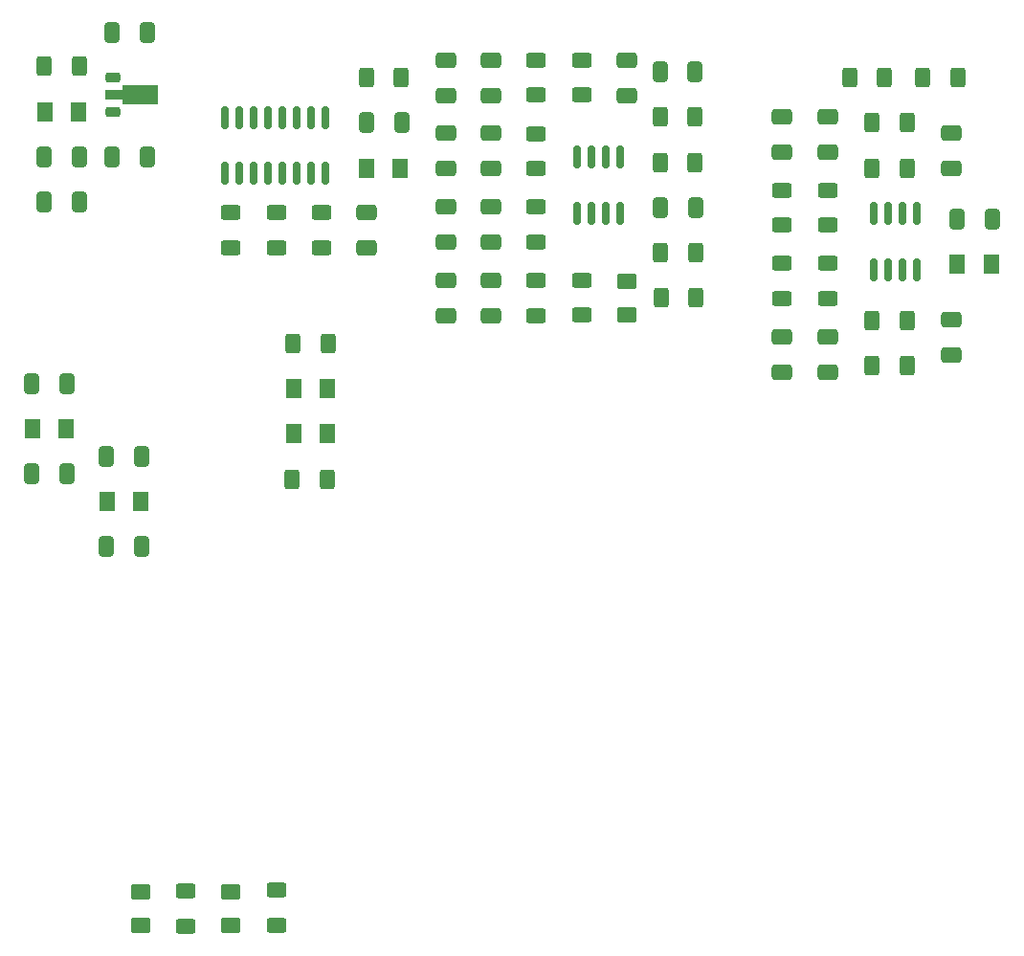
<source format=gtp>
G04 #@! TF.GenerationSoftware,KiCad,Pcbnew,8.0.8*
G04 #@! TF.CreationDate,2025-02-28T08:34:03-05:00*
G04 #@! TF.ProjectId,VWS_SDR,5657535f-5344-4522-9e6b-696361645f70,rev?*
G04 #@! TF.SameCoordinates,Original*
G04 #@! TF.FileFunction,Paste,Top*
G04 #@! TF.FilePolarity,Positive*
%FSLAX46Y46*%
G04 Gerber Fmt 4.6, Leading zero omitted, Abs format (unit mm)*
G04 Created by KiCad (PCBNEW 8.0.8) date 2025-02-28 08:34:03*
%MOMM*%
%LPD*%
G01*
G04 APERTURE LIST*
G04 Aperture macros list*
%AMRoundRect*
0 Rectangle with rounded corners*
0 $1 Rounding radius*
0 $2 $3 $4 $5 $6 $7 $8 $9 X,Y pos of 4 corners*
0 Add a 4 corners polygon primitive as box body*
4,1,4,$2,$3,$4,$5,$6,$7,$8,$9,$2,$3,0*
0 Add four circle primitives for the rounded corners*
1,1,$1+$1,$2,$3*
1,1,$1+$1,$4,$5*
1,1,$1+$1,$6,$7*
1,1,$1+$1,$8,$9*
0 Add four rect primitives between the rounded corners*
20,1,$1+$1,$2,$3,$4,$5,0*
20,1,$1+$1,$4,$5,$6,$7,0*
20,1,$1+$1,$6,$7,$8,$9,0*
20,1,$1+$1,$8,$9,$2,$3,0*%
%AMFreePoly0*
4,1,9,3.862500,-0.866500,0.737500,-0.866500,0.737500,-0.450000,-0.737500,-0.450000,-0.737500,0.450000,0.737500,0.450000,0.737500,0.866500,3.862500,0.866500,3.862500,-0.866500,3.862500,-0.866500,$1*%
G04 Aperture macros list end*
%ADD10RoundRect,0.250000X-0.650000X0.412500X-0.650000X-0.412500X0.650000X-0.412500X0.650000X0.412500X0*%
%ADD11RoundRect,0.250001X-0.462499X-0.624999X0.462499X-0.624999X0.462499X0.624999X-0.462499X0.624999X0*%
%ADD12RoundRect,0.250000X-0.412500X-0.650000X0.412500X-0.650000X0.412500X0.650000X-0.412500X0.650000X0*%
%ADD13RoundRect,0.250000X-0.625000X0.400000X-0.625000X-0.400000X0.625000X-0.400000X0.625000X0.400000X0*%
%ADD14RoundRect,0.250001X0.462499X0.624999X-0.462499X0.624999X-0.462499X-0.624999X0.462499X-0.624999X0*%
%ADD15RoundRect,0.250000X-0.400000X-0.625000X0.400000X-0.625000X0.400000X0.625000X-0.400000X0.625000X0*%
%ADD16RoundRect,0.250000X0.400000X0.625000X-0.400000X0.625000X-0.400000X-0.625000X0.400000X-0.625000X0*%
%ADD17RoundRect,0.250000X0.412500X0.650000X-0.412500X0.650000X-0.412500X-0.650000X0.412500X-0.650000X0*%
%ADD18RoundRect,0.250001X-0.624999X0.462499X-0.624999X-0.462499X0.624999X-0.462499X0.624999X0.462499X0*%
%ADD19RoundRect,0.250000X0.650000X-0.412500X0.650000X0.412500X-0.650000X0.412500X-0.650000X-0.412500X0*%
%ADD20RoundRect,0.250000X0.625000X-0.400000X0.625000X0.400000X-0.625000X0.400000X-0.625000X-0.400000X0*%
%ADD21RoundRect,0.250001X0.624999X-0.462499X0.624999X0.462499X-0.624999X0.462499X-0.624999X-0.462499X0*%
%ADD22RoundRect,0.150000X0.150000X-0.825000X0.150000X0.825000X-0.150000X0.825000X-0.150000X-0.825000X0*%
%ADD23RoundRect,0.225000X-0.425000X-0.225000X0.425000X-0.225000X0.425000X0.225000X-0.425000X0.225000X0*%
%ADD24FreePoly0,0.000000*%
%ADD25RoundRect,0.150000X-0.150000X0.825000X-0.150000X-0.825000X0.150000X-0.825000X0.150000X0.825000X0*%
G04 APERTURE END LIST*
D10*
X129000000Y-69437500D03*
X129000000Y-72562500D03*
D11*
X170262500Y-74500000D03*
X173237500Y-74500000D03*
D12*
X94937500Y-91500000D03*
X98062500Y-91500000D03*
D13*
X154750000Y-67950000D03*
X154750000Y-71050000D03*
D14*
X120987500Y-66000000D03*
X118012500Y-66000000D03*
D15*
X111417500Y-93520000D03*
X114517500Y-93520000D03*
D13*
X114000000Y-69950000D03*
X114000000Y-73050000D03*
D15*
X117950000Y-58000000D03*
X121050000Y-58000000D03*
D16*
X170300000Y-58000000D03*
X167200000Y-58000000D03*
D17*
X98062500Y-99500000D03*
X94937500Y-99500000D03*
D15*
X160700000Y-58000000D03*
X163800000Y-58000000D03*
D16*
X165800000Y-79500000D03*
X162700000Y-79500000D03*
X147050000Y-65500000D03*
X143950000Y-65500000D03*
X147150000Y-77500000D03*
X144050000Y-77500000D03*
D18*
X141000000Y-76012500D03*
X141000000Y-78987500D03*
D10*
X154750000Y-61437500D03*
X154750000Y-64562500D03*
D19*
X125000000Y-79062500D03*
X125000000Y-75937500D03*
D20*
X110000000Y-133000000D03*
X110000000Y-129900000D03*
D19*
X169750000Y-82562500D03*
X169750000Y-79437500D03*
D11*
X95012500Y-95500000D03*
X97987500Y-95500000D03*
D10*
X154750000Y-80937500D03*
X154750000Y-84062500D03*
D16*
X165800000Y-66000000D03*
X162700000Y-66000000D03*
D21*
X98000000Y-132987500D03*
X98000000Y-130012500D03*
D22*
X136595000Y-69975000D03*
X137865000Y-69975000D03*
X139135000Y-69975000D03*
X140405000Y-69975000D03*
X140405000Y-65025000D03*
X139135000Y-65025000D03*
X137865000Y-65025000D03*
X136595000Y-65025000D03*
D16*
X147050000Y-61500000D03*
X143950000Y-61500000D03*
D11*
X88450000Y-89044887D03*
X91425000Y-89044887D03*
D10*
X169750000Y-62937500D03*
X169750000Y-66062500D03*
D15*
X111462500Y-81500000D03*
X114562500Y-81500000D03*
D12*
X170187500Y-70500000D03*
X173312500Y-70500000D03*
D10*
X118000000Y-69937500D03*
X118000000Y-73062500D03*
D20*
X133000000Y-72550000D03*
X133000000Y-69450000D03*
D19*
X141000000Y-59562500D03*
X141000000Y-56437500D03*
D10*
X129000000Y-62937500D03*
X129000000Y-66062500D03*
D20*
X158750000Y-71050000D03*
X158750000Y-67950000D03*
D10*
X125000000Y-69437500D03*
X125000000Y-72562500D03*
D16*
X165800000Y-62000000D03*
X162700000Y-62000000D03*
D17*
X91500000Y-93044887D03*
X88375000Y-93044887D03*
D12*
X143987500Y-69500000D03*
X147112500Y-69500000D03*
D21*
X106000000Y-132987500D03*
X106000000Y-130012500D03*
D20*
X154750000Y-77550000D03*
X154750000Y-74450000D03*
D19*
X129000000Y-79062500D03*
X129000000Y-75937500D03*
D13*
X158750000Y-74450000D03*
X158750000Y-77550000D03*
D20*
X133000000Y-79050000D03*
X133000000Y-75950000D03*
D15*
X144000000Y-73500000D03*
X147100000Y-73500000D03*
D23*
X95550000Y-58000000D03*
D24*
X95637500Y-59500000D03*
D23*
X95550000Y-61000000D03*
D25*
X114350000Y-61550000D03*
X113080000Y-61550000D03*
X111810000Y-61550000D03*
X110540000Y-61550000D03*
X109270000Y-61550000D03*
X108000000Y-61550000D03*
X106730000Y-61550000D03*
X105460000Y-61550000D03*
X105460000Y-66500000D03*
X106730000Y-66500000D03*
X108000000Y-66500000D03*
X109270000Y-66500000D03*
X110540000Y-66500000D03*
X111810000Y-66500000D03*
X113080000Y-66500000D03*
X114350000Y-66500000D03*
D12*
X118000000Y-62000000D03*
X121125000Y-62000000D03*
D10*
X129000000Y-56437500D03*
X129000000Y-59562500D03*
D11*
X89512500Y-61000000D03*
X92487500Y-61000000D03*
D17*
X92562500Y-65000000D03*
X89437500Y-65000000D03*
D20*
X137000000Y-79000000D03*
X137000000Y-75900000D03*
D10*
X158750000Y-80937500D03*
X158750000Y-84062500D03*
D14*
X114500000Y-85500000D03*
X111525000Y-85500000D03*
D20*
X106000000Y-73050000D03*
X106000000Y-69950000D03*
D17*
X92562500Y-69000000D03*
X89437500Y-69000000D03*
D20*
X133000000Y-59550000D03*
X133000000Y-56450000D03*
D19*
X125000000Y-66062500D03*
X125000000Y-62937500D03*
D15*
X89450000Y-57000000D03*
X92550000Y-57000000D03*
D20*
X110000000Y-73050000D03*
X110000000Y-69950000D03*
D22*
X162845000Y-74975000D03*
X164115000Y-74975000D03*
X165385000Y-74975000D03*
X166655000Y-74975000D03*
X166655000Y-70025000D03*
X165385000Y-70025000D03*
X164115000Y-70025000D03*
X162845000Y-70025000D03*
D12*
X88375000Y-85044887D03*
X91500000Y-85044887D03*
D16*
X165800000Y-83500000D03*
X162700000Y-83500000D03*
D14*
X114500000Y-89500000D03*
X111525000Y-89500000D03*
D12*
X143937500Y-57500000D03*
X147062500Y-57500000D03*
D10*
X125000000Y-56437500D03*
X125000000Y-59562500D03*
D17*
X98562500Y-65000000D03*
X95437500Y-65000000D03*
D20*
X137000000Y-59550000D03*
X137000000Y-56450000D03*
X133000000Y-66050000D03*
X133000000Y-62950000D03*
X102000000Y-133050000D03*
X102000000Y-129950000D03*
D17*
X98562500Y-54000000D03*
X95437500Y-54000000D03*
D19*
X158750000Y-64562500D03*
X158750000Y-61437500D03*
M02*

</source>
